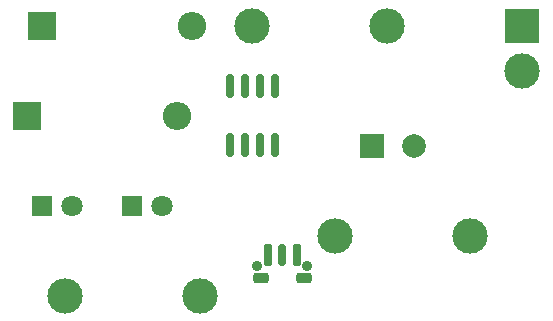
<source format=gbr>
%TF.GenerationSoftware,KiCad,Pcbnew,(6.0.4)*%
%TF.CreationDate,2022-05-29T20:56:59+05:30*%
%TF.ProjectId,bike turning signal indicator circuit,62696b65-2074-4757-926e-696e67207369,rev?*%
%TF.SameCoordinates,Original*%
%TF.FileFunction,Soldermask,Top*%
%TF.FilePolarity,Negative*%
%FSLAX46Y46*%
G04 Gerber Fmt 4.6, Leading zero omitted, Abs format (unit mm)*
G04 Created by KiCad (PCBNEW (6.0.4)) date 2022-05-29 20:56:59*
%MOMM*%
%LPD*%
G01*
G04 APERTURE LIST*
G04 Aperture macros list*
%AMRoundRect*
0 Rectangle with rounded corners*
0 $1 Rounding radius*
0 $2 $3 $4 $5 $6 $7 $8 $9 X,Y pos of 4 corners*
0 Add a 4 corners polygon primitive as box body*
4,1,4,$2,$3,$4,$5,$6,$7,$8,$9,$2,$3,0*
0 Add four circle primitives for the rounded corners*
1,1,$1+$1,$2,$3*
1,1,$1+$1,$4,$5*
1,1,$1+$1,$6,$7*
1,1,$1+$1,$8,$9*
0 Add four rect primitives between the rounded corners*
20,1,$1+$1,$2,$3,$4,$5,0*
20,1,$1+$1,$4,$5,$6,$7,0*
20,1,$1+$1,$6,$7,$8,$9,0*
20,1,$1+$1,$8,$9,$2,$3,0*%
G04 Aperture macros list end*
%ADD10C,0.900000*%
%ADD11RoundRect,0.187500X-0.187500X-0.712500X0.187500X-0.712500X0.187500X0.712500X-0.187500X0.712500X0*%
%ADD12RoundRect,0.150000X-0.150000X-0.750000X0.150000X-0.750000X0.150000X0.750000X-0.150000X0.750000X0*%
%ADD13RoundRect,0.225000X-0.425000X-0.225000X0.425000X-0.225000X0.425000X0.225000X-0.425000X0.225000X0*%
%ADD14R,2.400000X2.400000*%
%ADD15O,2.400000X2.400000*%
%ADD16C,3.000000*%
%ADD17O,3.000000X3.000000*%
%ADD18R,1.800000X1.800000*%
%ADD19C,1.800000*%
%ADD20R,2.000000X2.000000*%
%ADD21C,2.000000*%
%ADD22RoundRect,0.150000X0.150000X-0.825000X0.150000X0.825000X-0.150000X0.825000X-0.150000X-0.825000X0*%
%ADD23R,3.000000X3.000000*%
G04 APERTURE END LIST*
D10*
%TO.C,SW1*%
X129125000Y-81280000D03*
X124875000Y-81280000D03*
D11*
X128225000Y-80380000D03*
X125775000Y-80380000D03*
D12*
X127000000Y-80380000D03*
D13*
X128850000Y-82330000D03*
X125150000Y-82330000D03*
%TD*%
D14*
%TO.C,D3*%
X106680000Y-60960000D03*
D15*
X119380000Y-60960000D03*
%TD*%
D16*
%TO.C,R3*%
X124460000Y-60960000D03*
D17*
X135860000Y-60960000D03*
%TD*%
D18*
%TO.C,D4*%
X114300000Y-76200000D03*
D19*
X116840000Y-76200000D03*
%TD*%
D16*
%TO.C,R2*%
X142860000Y-78740000D03*
D17*
X131460000Y-78740000D03*
%TD*%
D18*
%TO.C,D1*%
X106680000Y-76200000D03*
D19*
X109220000Y-76200000D03*
%TD*%
D14*
%TO.C,D2*%
X105410000Y-68580000D03*
D15*
X118110000Y-68580000D03*
%TD*%
D20*
%TO.C,C1*%
X134620000Y-71120000D03*
D21*
X138120000Y-71120000D03*
%TD*%
D22*
%TO.C,U1*%
X122555000Y-71055000D03*
X123825000Y-71055000D03*
X125095000Y-71055000D03*
X126365000Y-71055000D03*
X126365000Y-66105000D03*
X125095000Y-66105000D03*
X123825000Y-66105000D03*
X122555000Y-66105000D03*
%TD*%
D23*
%TO.C,B1*%
X147320000Y-60960000D03*
D16*
X147320000Y-64840000D03*
%TD*%
%TO.C,R1*%
X120000000Y-83820000D03*
D17*
X108600000Y-83820000D03*
%TD*%
M02*

</source>
